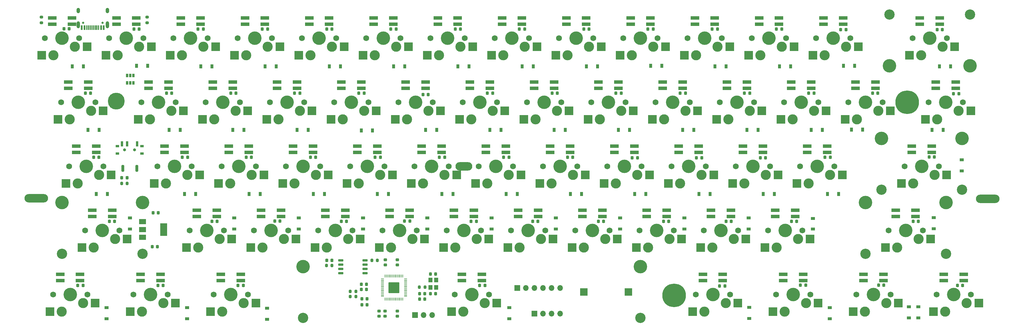
<source format=gbs>
%TF.GenerationSoftware,KiCad,Pcbnew,(6.0.7)*%
%TF.CreationDate,2022-09-11T22:15:23-05:00*%
%TF.ProjectId,PyKey60,50794b65-7936-4302-9e6b-696361645f70,1.1*%
%TF.SameCoordinates,Original*%
%TF.FileFunction,Soldermask,Bot*%
%TF.FilePolarity,Negative*%
%FSLAX46Y46*%
G04 Gerber Fmt 4.6, Leading zero omitted, Abs format (unit mm)*
G04 Created by KiCad (PCBNEW (6.0.7)) date 2022-09-11 22:15:23*
%MOMM*%
%LPD*%
G01*
G04 APERTURE LIST*
G04 Aperture macros list*
%AMRoundRect*
0 Rectangle with rounded corners*
0 $1 Rounding radius*
0 $2 $3 $4 $5 $6 $7 $8 $9 X,Y pos of 4 corners*
0 Add a 4 corners polygon primitive as box body*
4,1,4,$2,$3,$4,$5,$6,$7,$8,$9,$2,$3,0*
0 Add four circle primitives for the rounded corners*
1,1,$1+$1,$2,$3*
1,1,$1+$1,$4,$5*
1,1,$1+$1,$6,$7*
1,1,$1+$1,$8,$9*
0 Add four rect primitives between the rounded corners*
20,1,$1+$1,$2,$3,$4,$5,0*
20,1,$1+$1,$4,$5,$6,$7,0*
20,1,$1+$1,$6,$7,$8,$9,0*
20,1,$1+$1,$8,$9,$2,$3,0*%
G04 Aperture macros list end*
%ADD10C,4.000000*%
%ADD11C,1.750000*%
%ADD12C,3.000000*%
%ADD13R,2.550000X2.500000*%
%ADD14R,2.500000X1.100000*%
%ADD15C,3.050000*%
%ADD16C,7.000240*%
%ADD17O,7.000240X2.499360*%
%ADD18O,5.000000X2.500000*%
%ADD19C,5.001260*%
%ADD20R,0.900000X1.200000*%
%ADD21R,1.200000X0.900000*%
%ADD22C,0.650000*%
%ADD23R,0.600000X1.450000*%
%ADD24R,0.300000X1.450000*%
%ADD25O,1.000000X1.600000*%
%ADD26O,1.000000X2.100000*%
%ADD27RoundRect,0.200000X0.275000X-0.200000X0.275000X0.200000X-0.275000X0.200000X-0.275000X-0.200000X0*%
%ADD28RoundRect,0.050000X-0.050000X0.387500X-0.050000X-0.387500X0.050000X-0.387500X0.050000X0.387500X0*%
%ADD29RoundRect,0.050000X-0.387500X0.050000X-0.387500X-0.050000X0.387500X-0.050000X0.387500X0.050000X0*%
%ADD30RoundRect,0.144000X-1.456000X1.456000X-1.456000X-1.456000X1.456000X-1.456000X1.456000X1.456000X0*%
%ADD31R,0.650000X1.060000*%
%ADD32RoundRect,0.150000X0.650000X0.150000X-0.650000X0.150000X-0.650000X-0.150000X0.650000X-0.150000X0*%
%ADD33RoundRect,0.225000X0.225000X0.250000X-0.225000X0.250000X-0.225000X-0.250000X0.225000X-0.250000X0*%
%ADD34RoundRect,0.225000X-0.225000X-0.250000X0.225000X-0.250000X0.225000X0.250000X-0.225000X0.250000X0*%
%ADD35RoundRect,0.225000X0.250000X-0.225000X0.250000X0.225000X-0.250000X0.225000X-0.250000X-0.225000X0*%
%ADD36RoundRect,0.225000X-0.250000X0.225000X-0.250000X-0.225000X0.250000X-0.225000X0.250000X0.225000X0*%
%ADD37RoundRect,0.200000X-0.200000X-0.275000X0.200000X-0.275000X0.200000X0.275000X-0.200000X0.275000X0*%
%ADD38RoundRect,0.200000X0.200000X0.275000X-0.200000X0.275000X-0.200000X-0.275000X0.200000X-0.275000X0*%
%ADD39RoundRect,0.200000X-0.200000X-0.800000X0.200000X-0.800000X0.200000X0.800000X-0.200000X0.800000X0*%
%ADD40R,1.200000X1.400000*%
%ADD41R,1.000000X0.800000*%
%ADD42C,0.900000*%
%ADD43R,0.700000X1.500000*%
%ADD44R,1.700000X1.700000*%
%ADD45O,1.700000X1.700000*%
%ADD46RoundRect,0.218750X0.218750X0.256250X-0.218750X0.256250X-0.218750X-0.256250X0.218750X-0.256250X0*%
%ADD47R,2.000000X1.500000*%
%ADD48R,2.000000X3.800000*%
%ADD49R,2.200000X2.200000*%
G04 APERTURE END LIST*
D10*
%TO.C,U1*%
X71437500Y-73820000D03*
D11*
X66357500Y-73820000D03*
D12*
X68897500Y-78900000D03*
X75247500Y-76360000D03*
D11*
X76517500Y-73820000D03*
D13*
X78847500Y-76360000D03*
X65422500Y-78900000D03*
D14*
X68487500Y-67820000D03*
X68487500Y-69720000D03*
X74387500Y-67820000D03*
X74387500Y-69720000D03*
%TD*%
D12*
%TO.C,U2*%
X87947500Y-78900000D03*
D11*
X85407500Y-73820000D03*
D10*
X90487500Y-73820000D03*
D12*
X94297500Y-76360000D03*
D11*
X95567500Y-73820000D03*
D13*
X97897500Y-76360000D03*
X84472500Y-78900000D03*
D14*
X87537500Y-67820000D03*
X87537500Y-69720000D03*
X93437500Y-67820000D03*
X93437500Y-69720000D03*
%TD*%
D11*
%TO.C,U3*%
X114618000Y-73820000D03*
D12*
X113348000Y-76360000D03*
X106998000Y-78900000D03*
D11*
X104458000Y-73820000D03*
D10*
X109538000Y-73820000D03*
D13*
X116948000Y-76360000D03*
X103523000Y-78900000D03*
D14*
X106588000Y-67820000D03*
X106588000Y-69720000D03*
X112488000Y-67820000D03*
X112488000Y-69720000D03*
%TD*%
D11*
%TO.C,U4*%
X133668000Y-73820000D03*
D12*
X126048000Y-78900000D03*
D10*
X128588000Y-73820000D03*
D12*
X132398000Y-76360000D03*
D11*
X123508000Y-73820000D03*
D13*
X135998000Y-76360000D03*
X122573000Y-78900000D03*
D14*
X125638000Y-67820000D03*
X125638000Y-69720000D03*
X131538000Y-67820000D03*
X131538000Y-69720000D03*
%TD*%
D10*
%TO.C,U5*%
X147638000Y-73820000D03*
D12*
X151448000Y-76360000D03*
D11*
X142558000Y-73820000D03*
X152718000Y-73820000D03*
D12*
X145098000Y-78900000D03*
D13*
X155048000Y-76360000D03*
X141623000Y-78900000D03*
D14*
X144688000Y-67820000D03*
X144688000Y-69720000D03*
X150588000Y-67820000D03*
X150588000Y-69720000D03*
%TD*%
D11*
%TO.C,U6*%
X161608000Y-73820000D03*
D12*
X170498000Y-76360000D03*
D11*
X171768000Y-73820000D03*
D12*
X164148000Y-78900000D03*
D10*
X166688000Y-73820000D03*
D13*
X174098000Y-76360000D03*
X160673000Y-78900000D03*
D14*
X163738000Y-67820000D03*
X163738000Y-69720000D03*
X169638000Y-67820000D03*
X169638000Y-69720000D03*
%TD*%
D12*
%TO.C,U7*%
X189548000Y-76360000D03*
D10*
X185738000Y-73820000D03*
D11*
X190818000Y-73820000D03*
X180658000Y-73820000D03*
D12*
X183198000Y-78900000D03*
D13*
X193148000Y-76360000D03*
X179723000Y-78900000D03*
D14*
X182788000Y-67820000D03*
X182788000Y-69720000D03*
X188688000Y-67820000D03*
X188688000Y-69720000D03*
%TD*%
D11*
%TO.C,U8*%
X199708000Y-73820000D03*
D12*
X208598000Y-76360000D03*
D11*
X209868000Y-73820000D03*
D12*
X202248000Y-78900000D03*
D10*
X204788000Y-73820000D03*
D13*
X212198000Y-76360000D03*
X198773000Y-78900000D03*
D14*
X201838000Y-67820000D03*
X201838000Y-69720000D03*
X207738000Y-67820000D03*
X207738000Y-69720000D03*
%TD*%
D10*
%TO.C,U9*%
X223838000Y-73820000D03*
D11*
X228918000Y-73820000D03*
D12*
X227648000Y-76360000D03*
X221298000Y-78900000D03*
D11*
X218758000Y-73820000D03*
D13*
X231248000Y-76360000D03*
X217823000Y-78900000D03*
D14*
X220888000Y-67820000D03*
X220888000Y-69720000D03*
X226788000Y-67820000D03*
X226788000Y-69720000D03*
%TD*%
D12*
%TO.C,U10*%
X240348000Y-78900000D03*
X246698000Y-76360000D03*
D11*
X247968000Y-73820000D03*
D10*
X242888000Y-73820000D03*
D11*
X237808000Y-73820000D03*
D13*
X250298000Y-76360000D03*
X236873000Y-78900000D03*
D14*
X239938000Y-67820000D03*
X239938000Y-69720000D03*
X245838000Y-67820000D03*
X245838000Y-69720000D03*
%TD*%
D11*
%TO.C,U11*%
X256858000Y-73820000D03*
D12*
X259398000Y-78900000D03*
D11*
X267018000Y-73820000D03*
D10*
X261938000Y-73820000D03*
D12*
X265748000Y-76360000D03*
D13*
X269348000Y-76360000D03*
X255923000Y-78900000D03*
D14*
X258988000Y-67820000D03*
X258988000Y-69720000D03*
X264888000Y-67820000D03*
X264888000Y-69720000D03*
%TD*%
D11*
%TO.C,U12*%
X275908000Y-73820000D03*
D12*
X278448000Y-78900000D03*
D11*
X286068000Y-73820000D03*
D10*
X280988000Y-73820000D03*
D12*
X284798000Y-76360000D03*
D13*
X288398000Y-76360000D03*
X274973000Y-78900000D03*
D14*
X278038000Y-67820000D03*
X278038000Y-69720000D03*
X283938000Y-67820000D03*
X283938000Y-69720000D03*
%TD*%
D11*
%TO.C,U13*%
X294958000Y-73820000D03*
X305118000Y-73820000D03*
D10*
X300038000Y-73820000D03*
D12*
X303848000Y-76360000D03*
X297498000Y-78900000D03*
D13*
X307448000Y-76360000D03*
X294023000Y-78900000D03*
D14*
X297088000Y-67820000D03*
X297088000Y-69720000D03*
X302988000Y-67820000D03*
X302988000Y-69720000D03*
%TD*%
D15*
%TO.C,U14*%
X340551000Y-66820000D03*
D10*
X328613000Y-73820000D03*
X340551000Y-82060000D03*
D11*
X323533000Y-73820000D03*
D12*
X332423000Y-76360000D03*
D15*
X316675000Y-66820000D03*
D12*
X326073000Y-78900000D03*
D10*
X316675000Y-82060000D03*
D11*
X333693000Y-73820000D03*
D13*
X336023000Y-76360000D03*
X322598000Y-78900000D03*
D14*
X325663000Y-67820000D03*
X325663000Y-69720000D03*
X331563000Y-67820000D03*
X331563000Y-69720000D03*
%TD*%
D12*
%TO.C,U15*%
X73660000Y-97950000D03*
X80010000Y-95410000D03*
D10*
X76200000Y-92870000D03*
D11*
X81280000Y-92870000D03*
X71120000Y-92870000D03*
D13*
X83610000Y-95410000D03*
X70185000Y-97950000D03*
D14*
X73250000Y-86870000D03*
X73250000Y-88770000D03*
X79150000Y-86870000D03*
X79150000Y-88770000D03*
%TD*%
D11*
%TO.C,U16*%
X105092000Y-92870000D03*
D12*
X103822000Y-95410000D03*
D11*
X94932000Y-92870000D03*
D10*
X100012000Y-92870000D03*
D12*
X97472000Y-97950000D03*
D13*
X107422000Y-95410000D03*
X93997000Y-97950000D03*
D14*
X97062000Y-86870000D03*
X97062000Y-88770000D03*
X102962000Y-86870000D03*
X102962000Y-88770000D03*
%TD*%
D11*
%TO.C,U17*%
X113982000Y-92870000D03*
D12*
X122872000Y-95410000D03*
D11*
X124142000Y-92870000D03*
D12*
X116522000Y-97950000D03*
D10*
X119062000Y-92870000D03*
D13*
X126472000Y-95410000D03*
X113047000Y-97950000D03*
D14*
X116112000Y-86870000D03*
X116112000Y-88770000D03*
X122012000Y-86870000D03*
X122012000Y-88770000D03*
%TD*%
D10*
%TO.C,U18*%
X138112000Y-92870000D03*
D11*
X143192000Y-92870000D03*
D12*
X141922000Y-95410000D03*
D11*
X133032000Y-92870000D03*
D12*
X135572000Y-97950000D03*
D13*
X145522000Y-95410000D03*
X132097000Y-97950000D03*
D14*
X135162000Y-86870000D03*
X135162000Y-88770000D03*
X141062000Y-86870000D03*
X141062000Y-88770000D03*
%TD*%
D11*
%TO.C,U19*%
X162242000Y-92870000D03*
D12*
X154622000Y-97950000D03*
X160972000Y-95410000D03*
D10*
X157162000Y-92870000D03*
D11*
X152082000Y-92870000D03*
D13*
X164572000Y-95410000D03*
X151147000Y-97950000D03*
D14*
X154212000Y-86870000D03*
X154212000Y-88770000D03*
X160112000Y-86870000D03*
X160112000Y-88770000D03*
%TD*%
D12*
%TO.C,U21*%
X199072000Y-95410000D03*
D10*
X195262000Y-92870000D03*
D11*
X200342000Y-92870000D03*
D12*
X192722000Y-97950000D03*
D11*
X190182000Y-92870000D03*
D13*
X202672000Y-95410000D03*
X189247000Y-97950000D03*
D14*
X192312000Y-86870000D03*
X192312000Y-88770000D03*
X198212000Y-86870000D03*
X198212000Y-88770000D03*
%TD*%
D11*
%TO.C,U22*%
X219392000Y-92870000D03*
D12*
X218122000Y-95410000D03*
D10*
X214312000Y-92870000D03*
D12*
X211772000Y-97950000D03*
D11*
X209232000Y-92870000D03*
D13*
X221722000Y-95410000D03*
X208297000Y-97950000D03*
D14*
X211362000Y-86870000D03*
X211362000Y-88770000D03*
X217262000Y-86870000D03*
X217262000Y-88770000D03*
%TD*%
D10*
%TO.C,U23*%
X233362000Y-92870000D03*
D11*
X228282000Y-92870000D03*
D12*
X237172000Y-95410000D03*
D11*
X238442000Y-92870000D03*
D12*
X230822000Y-97950000D03*
D13*
X240772000Y-95410000D03*
X227347000Y-97950000D03*
D14*
X230412000Y-86870000D03*
X230412000Y-88770000D03*
X236312000Y-86870000D03*
X236312000Y-88770000D03*
%TD*%
D10*
%TO.C,U25*%
X271462000Y-92870000D03*
D12*
X275272000Y-95410000D03*
X268922000Y-97950000D03*
D11*
X266382000Y-92870000D03*
X276542000Y-92870000D03*
D13*
X278872000Y-95410000D03*
X265447000Y-97950000D03*
D14*
X268512000Y-86870000D03*
X268512000Y-88770000D03*
X274412000Y-86870000D03*
X274412000Y-88770000D03*
%TD*%
D10*
%TO.C,U26*%
X290512000Y-92870000D03*
D12*
X294322000Y-95410000D03*
D11*
X295592000Y-92870000D03*
X285432000Y-92870000D03*
D12*
X287972000Y-97950000D03*
D13*
X297922000Y-95410000D03*
X284497000Y-97950000D03*
D14*
X287562000Y-86870000D03*
X287562000Y-88770000D03*
X293462000Y-86870000D03*
X293462000Y-88770000D03*
%TD*%
D12*
%TO.C,U27*%
X313372000Y-95410000D03*
D11*
X304482000Y-92870000D03*
D10*
X309562000Y-92870000D03*
D11*
X314642000Y-92870000D03*
D12*
X307022000Y-97950000D03*
D13*
X316972000Y-95410000D03*
X303547000Y-97950000D03*
D14*
X306612000Y-86870000D03*
X306612000Y-88770000D03*
X312512000Y-86870000D03*
X312512000Y-88770000D03*
%TD*%
D12*
%TO.C,U28*%
X330835000Y-97950000D03*
D11*
X328295000Y-92870000D03*
D10*
X333375000Y-92870000D03*
D12*
X337185000Y-95410000D03*
D11*
X338455000Y-92870000D03*
D13*
X340785000Y-95410000D03*
X327360000Y-97950000D03*
D14*
X330425000Y-86870000D03*
X330425000Y-88770000D03*
X336325000Y-86870000D03*
X336325000Y-88770000D03*
%TD*%
D12*
%TO.C,U29*%
X76042500Y-117000000D03*
D11*
X83662500Y-111920000D03*
X73502500Y-111920000D03*
D12*
X82392500Y-114460000D03*
D10*
X78582500Y-111920000D03*
D13*
X85992500Y-114460000D03*
X72567500Y-117000000D03*
D14*
X75632500Y-105920000D03*
X75632500Y-107820000D03*
X81532500Y-105920000D03*
X81532500Y-107820000D03*
%TD*%
D10*
%TO.C,U30*%
X104775000Y-111920000D03*
D11*
X109855000Y-111920000D03*
X99695000Y-111920000D03*
D12*
X102235000Y-117000000D03*
X108585000Y-114460000D03*
D13*
X112185000Y-114460000D03*
X98760000Y-117000000D03*
D14*
X101825000Y-105920000D03*
X101825000Y-107820000D03*
X107725000Y-105920000D03*
X107725000Y-107820000D03*
%TD*%
D11*
%TO.C,U31*%
X118745000Y-111920000D03*
D12*
X127635000Y-114460000D03*
X121285000Y-117000000D03*
D10*
X123825000Y-111920000D03*
D11*
X128905000Y-111920000D03*
D13*
X131235000Y-114460000D03*
X117810000Y-117000000D03*
D14*
X120875000Y-105920000D03*
X120875000Y-107820000D03*
X126775000Y-105920000D03*
X126775000Y-107820000D03*
%TD*%
D12*
%TO.C,U32*%
X140335000Y-117000000D03*
X146685000Y-114460000D03*
D10*
X142875000Y-111920000D03*
D11*
X147955000Y-111920000D03*
X137795000Y-111920000D03*
D13*
X150285000Y-114460000D03*
X136860000Y-117000000D03*
D14*
X139925000Y-105920000D03*
X139925000Y-107820000D03*
X145825000Y-105920000D03*
X145825000Y-107820000D03*
%TD*%
D11*
%TO.C,U33*%
X156845000Y-111920000D03*
D12*
X159385000Y-117000000D03*
D11*
X167005000Y-111920000D03*
D10*
X161925000Y-111920000D03*
D12*
X165735000Y-114460000D03*
D13*
X169335000Y-114460000D03*
X155910000Y-117000000D03*
D14*
X158975000Y-105920000D03*
X158975000Y-107820000D03*
X164875000Y-105920000D03*
X164875000Y-107820000D03*
%TD*%
D11*
%TO.C,U34*%
X175895000Y-111920000D03*
X186055000Y-111920000D03*
D12*
X184785000Y-114460000D03*
X178435000Y-117000000D03*
D10*
X180975000Y-111920000D03*
D13*
X188385000Y-114460000D03*
X174960000Y-117000000D03*
D14*
X178025000Y-105920000D03*
X178025000Y-107820000D03*
X183925000Y-105920000D03*
X183925000Y-107820000D03*
%TD*%
D12*
%TO.C,U35*%
X203835000Y-114460000D03*
D11*
X194945000Y-111920000D03*
D12*
X197485000Y-117000000D03*
D11*
X205105000Y-111920000D03*
D10*
X200025000Y-111920000D03*
D13*
X207435000Y-114460000D03*
X194010000Y-117000000D03*
D14*
X197075000Y-105920000D03*
X197075000Y-107820000D03*
X202975000Y-105920000D03*
X202975000Y-107820000D03*
%TD*%
D11*
%TO.C,U36*%
X224155000Y-111920000D03*
D12*
X216535000Y-117000000D03*
D11*
X213995000Y-111920000D03*
D10*
X219075000Y-111920000D03*
D12*
X222885000Y-114460000D03*
D13*
X226485000Y-114460000D03*
X213060000Y-117000000D03*
D14*
X216125000Y-105920000D03*
X216125000Y-107820000D03*
X222025000Y-105920000D03*
X222025000Y-107820000D03*
%TD*%
D11*
%TO.C,U37*%
X233045000Y-111920000D03*
D10*
X238125000Y-111920000D03*
D11*
X243205000Y-111920000D03*
D12*
X235585000Y-117000000D03*
X241935000Y-114460000D03*
D13*
X245535000Y-114460000D03*
X232110000Y-117000000D03*
D14*
X235175000Y-105920000D03*
X235175000Y-107820000D03*
X241075000Y-105920000D03*
X241075000Y-107820000D03*
%TD*%
D12*
%TO.C,U38*%
X254635000Y-117000000D03*
D10*
X257175000Y-111920000D03*
D11*
X262255000Y-111920000D03*
D12*
X260985000Y-114460000D03*
D11*
X252095000Y-111920000D03*
D13*
X264585000Y-114460000D03*
X251160000Y-117000000D03*
D14*
X254225000Y-105920000D03*
X254225000Y-107820000D03*
X260125000Y-105920000D03*
X260125000Y-107820000D03*
%TD*%
D11*
%TO.C,U39*%
X271145000Y-111920000D03*
X281305000Y-111920000D03*
D12*
X280035000Y-114460000D03*
D10*
X276225000Y-111920000D03*
D12*
X273685000Y-117000000D03*
D13*
X283635000Y-114460000D03*
X270210000Y-117000000D03*
D14*
X273275000Y-105920000D03*
X273275000Y-107820000D03*
X279175000Y-105920000D03*
X279175000Y-107820000D03*
%TD*%
D11*
%TO.C,U40*%
X290195000Y-111920000D03*
D12*
X299085000Y-114460000D03*
D10*
X295275000Y-111920000D03*
D11*
X300355000Y-111920000D03*
D12*
X292735000Y-117000000D03*
D13*
X302685000Y-114460000D03*
X289260000Y-117000000D03*
D14*
X292325000Y-105920000D03*
X292325000Y-107820000D03*
X298225000Y-105920000D03*
X298225000Y-107820000D03*
%TD*%
D10*
%TO.C,U41*%
X326231000Y-111920000D03*
D12*
X323691000Y-117000000D03*
D15*
X338169000Y-118920000D03*
D10*
X314293000Y-103680000D03*
D15*
X314293000Y-118920000D03*
D11*
X331311000Y-111920000D03*
X321151000Y-111920000D03*
D12*
X330041000Y-114460000D03*
D10*
X338169000Y-103680000D03*
D13*
X333641000Y-114460000D03*
X320216000Y-117000000D03*
D14*
X323281000Y-105920000D03*
X323281000Y-107820000D03*
X329181000Y-105920000D03*
X329181000Y-107820000D03*
%TD*%
D11*
%TO.C,U42*%
X78232000Y-130970000D03*
D10*
X95250000Y-122730000D03*
D12*
X80772000Y-136050000D03*
D15*
X71374000Y-137970000D03*
D11*
X88392000Y-130970000D03*
D10*
X71374000Y-122730000D03*
D15*
X95250000Y-137970000D03*
D12*
X87122000Y-133510000D03*
D10*
X83312000Y-130970000D03*
D13*
X90722000Y-133510000D03*
X77297000Y-136050000D03*
D14*
X80362000Y-124970000D03*
X80362000Y-126870000D03*
X86262000Y-124970000D03*
X86262000Y-126870000D03*
%TD*%
D12*
%TO.C,U43*%
X118110000Y-133510000D03*
X111760000Y-136050000D03*
D10*
X114300000Y-130970000D03*
D11*
X109220000Y-130970000D03*
X119380000Y-130970000D03*
D13*
X121710000Y-133510000D03*
X108285000Y-136050000D03*
D14*
X111350000Y-124970000D03*
X111350000Y-126870000D03*
X117250000Y-124970000D03*
X117250000Y-126870000D03*
%TD*%
D11*
%TO.C,U44*%
X138430000Y-130970000D03*
D10*
X133350000Y-130970000D03*
D12*
X137160000Y-133510000D03*
X130810000Y-136050000D03*
D11*
X128270000Y-130970000D03*
D13*
X140760000Y-133510000D03*
X127335000Y-136050000D03*
D14*
X130400000Y-124970000D03*
X130400000Y-126870000D03*
X136300000Y-124970000D03*
X136300000Y-126870000D03*
%TD*%
D11*
%TO.C,U45*%
X157480000Y-130970000D03*
D12*
X156210000Y-133510000D03*
D11*
X147320000Y-130970000D03*
D10*
X152400000Y-130970000D03*
D12*
X149860000Y-136050000D03*
D13*
X159810000Y-133510000D03*
X146385000Y-136050000D03*
D14*
X149450000Y-124970000D03*
X149450000Y-126870000D03*
X155350000Y-124970000D03*
X155350000Y-126870000D03*
%TD*%
D10*
%TO.C,U46*%
X171450000Y-130970000D03*
D12*
X175260000Y-133510000D03*
D11*
X166370000Y-130970000D03*
D12*
X168910000Y-136050000D03*
D11*
X176530000Y-130970000D03*
D13*
X178860000Y-133510000D03*
X165435000Y-136050000D03*
D14*
X168500000Y-124970000D03*
X168500000Y-126870000D03*
X174400000Y-124970000D03*
X174400000Y-126870000D03*
%TD*%
D11*
%TO.C,U47*%
X185420000Y-130970000D03*
X195580000Y-130970000D03*
D10*
X190500000Y-130970000D03*
D12*
X194310000Y-133510000D03*
X187960000Y-136050000D03*
D13*
X197910000Y-133510000D03*
X184485000Y-136050000D03*
D14*
X187550000Y-124970000D03*
X187550000Y-126870000D03*
X193450000Y-124970000D03*
X193450000Y-126870000D03*
%TD*%
D11*
%TO.C,U48*%
X204470000Y-130970000D03*
X214630000Y-130970000D03*
D12*
X213360000Y-133510000D03*
D10*
X209550000Y-130970000D03*
D12*
X207010000Y-136050000D03*
D13*
X216960000Y-133510000D03*
X203535000Y-136050000D03*
D14*
X206600000Y-124970000D03*
X206600000Y-126870000D03*
X212500000Y-124970000D03*
X212500000Y-126870000D03*
%TD*%
D10*
%TO.C,U49*%
X228600000Y-130970000D03*
D11*
X223520000Y-130970000D03*
X233680000Y-130970000D03*
D12*
X232410000Y-133510000D03*
X226060000Y-136050000D03*
D13*
X236010000Y-133510000D03*
X222585000Y-136050000D03*
D14*
X225650000Y-124970000D03*
X225650000Y-126870000D03*
X231550000Y-124970000D03*
X231550000Y-126870000D03*
%TD*%
D12*
%TO.C,U50*%
X245110000Y-136050000D03*
X251460000Y-133510000D03*
D11*
X252730000Y-130970000D03*
D10*
X247650000Y-130970000D03*
D11*
X242570000Y-130970000D03*
D13*
X255060000Y-133510000D03*
X241635000Y-136050000D03*
D14*
X244700000Y-124970000D03*
X244700000Y-126870000D03*
X250600000Y-124970000D03*
X250600000Y-126870000D03*
%TD*%
D12*
%TO.C,U51*%
X264160000Y-136050000D03*
D11*
X261620000Y-130970000D03*
D10*
X266700000Y-130970000D03*
D12*
X270510000Y-133510000D03*
D11*
X271780000Y-130970000D03*
D13*
X274110000Y-133510000D03*
X260685000Y-136050000D03*
D14*
X263750000Y-124970000D03*
X263750000Y-126870000D03*
X269650000Y-124970000D03*
X269650000Y-126870000D03*
%TD*%
D12*
%TO.C,U52*%
X283210000Y-136050000D03*
D11*
X280670000Y-130970000D03*
D12*
X289560000Y-133510000D03*
D11*
X290830000Y-130970000D03*
D10*
X285750000Y-130970000D03*
D13*
X293160000Y-133510000D03*
X279735000Y-136050000D03*
D14*
X282800000Y-124970000D03*
X282800000Y-126870000D03*
X288700000Y-124970000D03*
X288700000Y-126870000D03*
%TD*%
D15*
%TO.C,U53*%
X309531000Y-137970000D03*
X333407000Y-137970000D03*
D12*
X325279000Y-133510000D03*
D10*
X321469000Y-130970000D03*
D11*
X316389000Y-130970000D03*
D10*
X333407000Y-122730000D03*
D11*
X326549000Y-130970000D03*
D12*
X318929000Y-136050000D03*
D10*
X309531000Y-122730000D03*
D13*
X328879000Y-133510000D03*
X315454000Y-136050000D03*
D14*
X318519000Y-124970000D03*
X318519000Y-126870000D03*
X324419000Y-124970000D03*
X324419000Y-126870000D03*
%TD*%
D10*
%TO.C,U54*%
X73818800Y-150020000D03*
D11*
X78898800Y-150020000D03*
D12*
X71278800Y-155100000D03*
D11*
X68738800Y-150020000D03*
D12*
X77628800Y-152560000D03*
D13*
X81228800Y-152560000D03*
X67803800Y-155100000D03*
D14*
X70868800Y-144020000D03*
X70868800Y-145920000D03*
X76768800Y-144020000D03*
X76768800Y-145920000D03*
%TD*%
D10*
%TO.C,U55*%
X97631200Y-150020000D03*
D11*
X102711200Y-150020000D03*
X92551200Y-150020000D03*
D12*
X95091200Y-155100000D03*
X101441200Y-152560000D03*
D13*
X105041200Y-152560000D03*
X91616200Y-155100000D03*
D14*
X94681200Y-144020000D03*
X94681200Y-145920000D03*
X100581200Y-144020000D03*
X100581200Y-145920000D03*
%TD*%
D10*
%TO.C,U56*%
X121444000Y-150020000D03*
D12*
X125254000Y-152560000D03*
D11*
X126524000Y-150020000D03*
X116364000Y-150020000D03*
D12*
X118904000Y-155100000D03*
D13*
X128854000Y-152560000D03*
X115429000Y-155100000D03*
D14*
X118494000Y-144020000D03*
X118494000Y-145920000D03*
X124394000Y-144020000D03*
X124394000Y-145920000D03*
%TD*%
D11*
%TO.C,U57*%
X197961000Y-150020000D03*
X187801000Y-150020000D03*
D15*
X142881000Y-157020000D03*
D12*
X190341000Y-155100000D03*
D10*
X242881000Y-141780000D03*
X142881000Y-141780000D03*
D12*
X196691000Y-152560000D03*
D15*
X242881000Y-157020000D03*
D10*
X192881000Y-150020000D03*
D13*
X200291000Y-152560000D03*
X186866000Y-155100000D03*
D14*
X189931000Y-144020000D03*
X189931000Y-145920000D03*
X195831000Y-144020000D03*
X195831000Y-145920000D03*
%TD*%
D11*
%TO.C,U58*%
X259239000Y-150020000D03*
D12*
X261779000Y-155100000D03*
D11*
X269399000Y-150020000D03*
D12*
X268129000Y-152560000D03*
D10*
X264319000Y-150020000D03*
D13*
X271729000Y-152560000D03*
X258304000Y-155100000D03*
D14*
X261369000Y-144020000D03*
X261369000Y-145920000D03*
X267269000Y-144020000D03*
X267269000Y-145920000D03*
%TD*%
D12*
%TO.C,U59*%
X291941000Y-152560000D03*
X285591000Y-155100000D03*
D11*
X293211000Y-150020000D03*
D10*
X288131000Y-150020000D03*
D11*
X283051000Y-150020000D03*
D13*
X295541000Y-152560000D03*
X282116000Y-155100000D03*
D14*
X285181000Y-144020000D03*
X285181000Y-145920000D03*
X291081000Y-144020000D03*
X291081000Y-145920000D03*
%TD*%
D11*
%TO.C,U60*%
X317011000Y-150020000D03*
D12*
X309391000Y-155100000D03*
X315741000Y-152560000D03*
D10*
X311931000Y-150020000D03*
D11*
X306851000Y-150020000D03*
D13*
X319341000Y-152560000D03*
X305916000Y-155100000D03*
D14*
X308981000Y-144020000D03*
X308981000Y-145920000D03*
X314881000Y-144020000D03*
X314881000Y-145920000D03*
%TD*%
D12*
%TO.C,U61*%
X339554000Y-152560000D03*
D10*
X335744000Y-150020000D03*
D11*
X340824000Y-150020000D03*
X330664000Y-150020000D03*
D12*
X333204000Y-155100000D03*
D13*
X343154000Y-152560000D03*
X329729000Y-155100000D03*
D14*
X332794000Y-144020000D03*
X332794000Y-145920000D03*
X338694000Y-144020000D03*
X338694000Y-145920000D03*
%TD*%
D10*
%TO.C,U20*%
X176212000Y-92870000D03*
D12*
X180022000Y-95410000D03*
D11*
X181292000Y-92870000D03*
X171132000Y-92870000D03*
D12*
X173672000Y-97950000D03*
D13*
X183622000Y-95410000D03*
X170197000Y-97950000D03*
D14*
X173262000Y-86870000D03*
X173262000Y-88770000D03*
X179162000Y-86870000D03*
X179162000Y-88770000D03*
%TD*%
D12*
%TO.C,U24*%
X249872000Y-97950000D03*
D11*
X257492000Y-92870000D03*
X247332000Y-92870000D03*
D12*
X256222000Y-95410000D03*
D10*
X252412000Y-92870000D03*
D13*
X259822000Y-95410000D03*
X246397000Y-97950000D03*
D14*
X249462000Y-86870000D03*
X249462000Y-88770000D03*
X255362000Y-86870000D03*
X255362000Y-88770000D03*
%TD*%
D16*
%TO.C,H2*%
X321945000Y-92870000D03*
%TD*%
D17*
%TO.C,H3*%
X63754000Y-121445000D03*
%TD*%
D16*
%TO.C,H4*%
X252825000Y-150274000D03*
%TD*%
D17*
%TO.C,H5*%
X345821000Y-121572000D03*
%TD*%
D18*
%TO.C,H6*%
X190504000Y-111920000D03*
%TD*%
D19*
%TO.C,H1*%
X87489300Y-92520800D03*
%TD*%
D20*
%TO.C,D1*%
X74424000Y-82202000D03*
X77724000Y-82202000D03*
%TD*%
%TO.C,D2*%
X93473000Y-82075000D03*
X96773000Y-82075000D03*
%TD*%
%TO.C,D3*%
X112524000Y-82202000D03*
X115824000Y-82202000D03*
%TD*%
%TO.C,D4*%
X131574000Y-82202000D03*
X134874000Y-82202000D03*
%TD*%
%TO.C,D5*%
X150623000Y-82202000D03*
X153923000Y-82202000D03*
%TD*%
%TO.C,D6*%
X169674000Y-82202000D03*
X172974000Y-82202000D03*
%TD*%
%TO.C,D7*%
X188724000Y-82202000D03*
X192024000Y-82202000D03*
%TD*%
%TO.C,D8*%
X207774000Y-82202000D03*
X211074000Y-82202000D03*
%TD*%
%TO.C,D9*%
X226824000Y-82202000D03*
X230124000Y-82202000D03*
%TD*%
%TO.C,D10*%
X245874000Y-82075000D03*
X249174000Y-82075000D03*
%TD*%
%TO.C,D11*%
X264924000Y-82202000D03*
X268224000Y-82202000D03*
%TD*%
%TO.C,D12*%
X284101000Y-82202000D03*
X287401000Y-82202000D03*
%TD*%
%TO.C,D13*%
X303024000Y-82075000D03*
X306324000Y-82075000D03*
%TD*%
%TO.C,D14*%
X331472000Y-82202000D03*
X334772000Y-82202000D03*
%TD*%
%TO.C,D15*%
X79122000Y-101125000D03*
X82422000Y-101125000D03*
%TD*%
%TO.C,D16*%
X103126000Y-101125000D03*
X106426000Y-101125000D03*
%TD*%
%TO.C,D17*%
X122049000Y-101125000D03*
X125349000Y-101125000D03*
%TD*%
%TO.C,D18*%
X141099000Y-101125000D03*
X144399000Y-101125000D03*
%TD*%
%TO.C,D19*%
X160149000Y-101252000D03*
X163449000Y-101252000D03*
%TD*%
%TO.C,D20*%
X179199000Y-101125000D03*
X182499000Y-101125000D03*
%TD*%
%TO.C,D21*%
X198249000Y-101125000D03*
X201549000Y-101125000D03*
%TD*%
%TO.C,D22*%
X217299000Y-101125000D03*
X220599000Y-101125000D03*
%TD*%
%TO.C,D23*%
X236349000Y-101125000D03*
X239649000Y-101125000D03*
%TD*%
%TO.C,D24*%
X255398000Y-101125000D03*
X258698000Y-101125000D03*
%TD*%
%TO.C,D25*%
X274448000Y-101125000D03*
X277748000Y-101125000D03*
%TD*%
%TO.C,D26*%
X293499000Y-101125000D03*
X296799000Y-101125000D03*
%TD*%
%TO.C,D27*%
X305436000Y-100998000D03*
X308736000Y-100998000D03*
%TD*%
%TO.C,D28*%
X329313000Y-101125000D03*
X332613000Y-101125000D03*
%TD*%
%TO.C,D29*%
X81536000Y-120175000D03*
X84836000Y-120175000D03*
%TD*%
%TO.C,D30*%
X107698000Y-120175000D03*
X110998000Y-120175000D03*
%TD*%
%TO.C,D31*%
X126875000Y-120175000D03*
X130175000Y-120175000D03*
%TD*%
%TO.C,D32*%
X145924000Y-120175000D03*
X149224000Y-120175000D03*
%TD*%
%TO.C,D33*%
X164848000Y-120175000D03*
X168148000Y-120175000D03*
%TD*%
%TO.C,D34*%
X184025000Y-120175000D03*
X187325000Y-120175000D03*
%TD*%
%TO.C,D35*%
X203075000Y-120175000D03*
X206375000Y-120175000D03*
%TD*%
%TO.C,D36*%
X222125000Y-120175000D03*
X225425000Y-120175000D03*
%TD*%
%TO.C,D37*%
X241175000Y-120175000D03*
X244475000Y-120175000D03*
%TD*%
%TO.C,D38*%
X260225000Y-120175000D03*
X263525000Y-120175000D03*
%TD*%
%TO.C,D39*%
X279275000Y-120175000D03*
X282575000Y-120175000D03*
%TD*%
%TO.C,D40*%
X298325000Y-120175000D03*
X301625000Y-120175000D03*
%TD*%
D21*
%TO.C,D41*%
X338074000Y-113316000D03*
X338074000Y-110016000D03*
%TD*%
%TO.C,D42*%
X91567000Y-127289000D03*
X91567000Y-130589000D03*
%TD*%
%TO.C,D43*%
X122428000Y-127289000D03*
X122428000Y-130589000D03*
%TD*%
%TO.C,D44*%
X141605000Y-127289000D03*
X141605000Y-130589000D03*
%TD*%
%TO.C,D45*%
X160655000Y-127289000D03*
X160655000Y-130589000D03*
%TD*%
%TO.C,D46*%
X179705000Y-127289000D03*
X179705000Y-130589000D03*
%TD*%
%TO.C,D47*%
X198755000Y-127289000D03*
X198755000Y-130589000D03*
%TD*%
%TO.C,D48*%
X217805000Y-127289000D03*
X217805000Y-130589000D03*
%TD*%
%TO.C,D49*%
X236855000Y-127288000D03*
X236855000Y-130588000D03*
%TD*%
%TO.C,D50*%
X255905000Y-127289000D03*
X255905000Y-130589000D03*
%TD*%
%TO.C,D51*%
X274955000Y-127289000D03*
X274955000Y-130588000D03*
%TD*%
%TO.C,D52*%
X294005000Y-127416000D03*
X294005000Y-130588000D03*
%TD*%
%TO.C,D53*%
X329819000Y-127160000D03*
X329819000Y-130460000D03*
%TD*%
%TO.C,D54*%
X84582000Y-157258000D03*
X84582000Y-153958000D03*
%TD*%
%TO.C,D55*%
X108458000Y-157258000D03*
X108458000Y-153958000D03*
%TD*%
%TO.C,D56*%
X132207000Y-157385000D03*
X132207000Y-154085000D03*
%TD*%
%TO.C,D57*%
X203962000Y-157258000D03*
X203962000Y-153958000D03*
%TD*%
%TO.C,D58*%
X275082000Y-157131000D03*
X275082000Y-153831000D03*
%TD*%
%TO.C,D59*%
X298958000Y-157258000D03*
X298958000Y-153958000D03*
%TD*%
%TO.C,D60*%
X322453000Y-157004000D03*
X322453000Y-153704000D03*
%TD*%
%TO.C,D61*%
X325247000Y-157004000D03*
X325247000Y-153704000D03*
%TD*%
D22*
%TO.C,J1*%
X83408000Y-69308000D03*
X77628000Y-69308000D03*
D23*
X77268000Y-70753000D03*
X78068000Y-70753000D03*
D24*
X79268000Y-70753000D03*
X80268000Y-70753000D03*
X80768000Y-70753000D03*
X81768000Y-70753000D03*
D23*
X82968000Y-70753000D03*
X83768000Y-70753000D03*
X83768000Y-70753000D03*
X82968000Y-70753000D03*
D24*
X82268000Y-70753000D03*
X81268000Y-70753000D03*
X79768000Y-70753000D03*
X78768000Y-70753000D03*
D23*
X78068000Y-70753000D03*
X77268000Y-70753000D03*
D25*
X76198000Y-65658000D03*
D26*
X76198000Y-69838000D03*
X84838000Y-69838000D03*
D25*
X84838000Y-65658000D03*
%TD*%
D27*
%TO.C,R1*%
X65278000Y-69247000D03*
X65278000Y-67597000D03*
%TD*%
%TO.C,R2*%
X96647000Y-69247000D03*
X96647000Y-67597000D03*
%TD*%
D28*
%TO.C,U62*%
X167199000Y-144550500D03*
X167599000Y-144550500D03*
X167999000Y-144550500D03*
X168399000Y-144550500D03*
X168799000Y-144550500D03*
X169199000Y-144550500D03*
X169599000Y-144550500D03*
X169999000Y-144550500D03*
X170399000Y-144550500D03*
X170799000Y-144550500D03*
X171199000Y-144550500D03*
X171599000Y-144550500D03*
X171999000Y-144550500D03*
X172399000Y-144550500D03*
D29*
X173236500Y-145388000D03*
X173236500Y-145788000D03*
X173236500Y-146188000D03*
X173236500Y-146588000D03*
X173236500Y-146988000D03*
X173236500Y-147388000D03*
X173236500Y-147788000D03*
X173236500Y-148188000D03*
X173236500Y-148588000D03*
X173236500Y-148988000D03*
X173236500Y-149388000D03*
X173236500Y-149788000D03*
X173236500Y-150188000D03*
X173236500Y-150588000D03*
D28*
X172399000Y-151425500D03*
X171999000Y-151425500D03*
X171599000Y-151425500D03*
X171199000Y-151425500D03*
X170799000Y-151425500D03*
X170399000Y-151425500D03*
X169999000Y-151425500D03*
X169599000Y-151425500D03*
X169199000Y-151425500D03*
X168799000Y-151425500D03*
X168399000Y-151425500D03*
X167999000Y-151425500D03*
X167599000Y-151425500D03*
X167199000Y-151425500D03*
D29*
X166361500Y-150588000D03*
X166361500Y-150188000D03*
X166361500Y-149788000D03*
X166361500Y-149388000D03*
X166361500Y-148988000D03*
X166361500Y-148588000D03*
X166361500Y-148188000D03*
X166361500Y-147788000D03*
X166361500Y-147388000D03*
X166361500Y-146988000D03*
X166361500Y-146588000D03*
X166361500Y-146188000D03*
X166361500Y-145788000D03*
X166361500Y-145388000D03*
D30*
X169799000Y-147988000D03*
%TD*%
D31*
%TO.C,U63*%
X90683000Y-84955000D03*
X91633000Y-84955000D03*
X92583000Y-84955000D03*
X92583000Y-87155000D03*
X91633000Y-87155000D03*
X90683000Y-87155000D03*
%TD*%
D32*
%TO.C,U64*%
X161207000Y-139860000D03*
X161207000Y-141130000D03*
X161207000Y-142400000D03*
X161207000Y-143670000D03*
X154007000Y-143670000D03*
X154007000Y-142400000D03*
X154007000Y-141130000D03*
X154007000Y-139860000D03*
%TD*%
D33*
%TO.C,C1*%
X161671000Y-146972000D03*
X160121000Y-146972000D03*
%TD*%
D34*
%TO.C,C2*%
X177393000Y-151417000D03*
X178943000Y-151417000D03*
%TD*%
D35*
%TO.C,C3*%
X167259000Y-141257000D03*
X167259000Y-139707000D03*
%TD*%
D36*
%TO.C,C4*%
X165354000Y-154960000D03*
X165354000Y-156510000D03*
%TD*%
D33*
%TO.C,C5*%
X151397000Y-139860000D03*
X149847000Y-139860000D03*
%TD*%
D36*
%TO.C,C6*%
X167132000Y-154973000D03*
X167132000Y-156523000D03*
%TD*%
D33*
%TO.C,C7*%
X161671000Y-148496000D03*
X160121000Y-148496000D03*
%TD*%
D36*
%TO.C,C9*%
X170815000Y-154973000D03*
X170815000Y-156523000D03*
%TD*%
D33*
%TO.C,C10*%
X161811000Y-151290000D03*
X160261000Y-151290000D03*
%TD*%
%TO.C,C11*%
X161811000Y-153068000D03*
X160261000Y-153068000D03*
%TD*%
%TO.C,C12*%
X182131000Y-143924000D03*
X180581000Y-143924000D03*
%TD*%
D34*
%TO.C,C13*%
X180581000Y-149766000D03*
X182131000Y-149766000D03*
%TD*%
%TO.C,C14*%
X177393000Y-149766000D03*
X178943000Y-149766000D03*
%TD*%
D37*
%TO.C,R3*%
X156846000Y-149131000D03*
X158496000Y-149131000D03*
%TD*%
%TO.C,R4*%
X156846000Y-150655000D03*
X158496000Y-150655000D03*
%TD*%
%TO.C,R5*%
X177356000Y-147861000D03*
X179006000Y-147861000D03*
%TD*%
%TO.C,R6*%
X163259000Y-139860000D03*
X164909000Y-139860000D03*
%TD*%
D38*
%TO.C,R7*%
X151447000Y-141384000D03*
X149797000Y-141384000D03*
%TD*%
D39*
%TO.C,SW1*%
X89399000Y-112555000D03*
X93599000Y-112555000D03*
%TD*%
D40*
%TO.C,Y1*%
X182333000Y-145745000D03*
X182333000Y-147945000D03*
X180633000Y-147945000D03*
X180633000Y-145745000D03*
%TD*%
D35*
%TO.C,C8*%
X170815000Y-141257000D03*
X170815000Y-139707000D03*
%TD*%
D41*
%TO.C,SW2*%
X95090000Y-105933000D03*
X87790000Y-108143000D03*
X95090000Y-108143000D03*
X87790000Y-105933000D03*
D42*
X92940000Y-107043000D03*
X89940000Y-107043000D03*
D43*
X93690000Y-105283000D03*
X90690000Y-105283000D03*
X89190000Y-105283000D03*
%TD*%
D44*
%TO.C,J2*%
X176022000Y-156116000D03*
D45*
X178562000Y-156116000D03*
X181102000Y-156116000D03*
%TD*%
D46*
%TO.C,D62*%
X90703500Y-115349000D03*
X89128500Y-115349000D03*
%TD*%
D37*
%TO.C,R8*%
X89091000Y-117000000D03*
X90741000Y-117000000D03*
%TD*%
D44*
%TO.C,J3*%
X211455000Y-155735000D03*
D45*
X213995000Y-155735000D03*
X216535000Y-155735000D03*
X219075000Y-155735000D03*
%TD*%
D44*
%TO.C,J4*%
X206375000Y-148115000D03*
D45*
X208915000Y-148115000D03*
X211455000Y-148115000D03*
X213995000Y-148115000D03*
X216535000Y-148115000D03*
X219075000Y-148115000D03*
%TD*%
D34*
%TO.C,C15*%
X98399000Y-125763000D03*
X99949000Y-125763000D03*
%TD*%
D33*
%TO.C,C16*%
X99708000Y-135796000D03*
X98158000Y-135796000D03*
%TD*%
D47*
%TO.C,U65*%
X95275000Y-133016000D03*
X95275000Y-130716000D03*
D48*
X101575000Y-130716000D03*
D47*
X95275000Y-128416000D03*
%TD*%
D49*
%TO.C,LS1*%
X226064000Y-149258000D03*
X239264000Y-149258000D03*
%TD*%
D33*
%TO.C,C17*%
X125121000Y-147353000D03*
X123571000Y-147353000D03*
%TD*%
%TO.C,C18*%
X127534000Y-109253000D03*
X125984000Y-109253000D03*
%TD*%
%TO.C,C19*%
X299111000Y-109253000D03*
X297561000Y-109253000D03*
%TD*%
%TO.C,C20*%
X77623000Y-147353000D03*
X76073000Y-147353000D03*
%TD*%
%TO.C,C21*%
X108611000Y-109253000D03*
X107061000Y-109253000D03*
%TD*%
%TO.C,C23*%
X314973000Y-147226000D03*
X313423000Y-147226000D03*
%TD*%
D34*
%TO.C,C24*%
X85445000Y-128303000D03*
X86995000Y-128303000D03*
%TD*%
D33*
%TO.C,C25*%
X337211000Y-90330000D03*
X335661000Y-90330000D03*
%TD*%
%TO.C,C26*%
X103899000Y-90203000D03*
X102349000Y-90203000D03*
%TD*%
%TO.C,C27*%
X291846000Y-147226000D03*
X290296000Y-147226000D03*
%TD*%
%TO.C,C28*%
X267869000Y-147480000D03*
X266319000Y-147480000D03*
%TD*%
%TO.C,C29*%
X329972000Y-109126000D03*
X328422000Y-109126000D03*
%TD*%
%TO.C,C30*%
X117374000Y-128303000D03*
X115824000Y-128303000D03*
%TD*%
%TO.C,C31*%
X338354000Y-147353000D03*
X336804000Y-147353000D03*
%TD*%
%TO.C,C32*%
X101372000Y-147353000D03*
X99822000Y-147353000D03*
%TD*%
%TO.C,C33*%
X170434000Y-71153000D03*
X168884000Y-71153000D03*
%TD*%
%TO.C,C34*%
X269774000Y-128303000D03*
X268224000Y-128303000D03*
%TD*%
%TO.C,C35*%
X279934000Y-109380000D03*
X278384000Y-109380000D03*
%TD*%
%TO.C,C36*%
X325247000Y-128303000D03*
X323697000Y-128303000D03*
%TD*%
%TO.C,C37*%
X136017000Y-128176000D03*
X134467000Y-128176000D03*
%TD*%
%TO.C,C38*%
X313208000Y-90203000D03*
X311658000Y-90203000D03*
%TD*%
%TO.C,C39*%
X151397000Y-71153000D03*
X149847000Y-71153000D03*
%TD*%
%TO.C,C40*%
X82322000Y-109253000D03*
X80772000Y-109253000D03*
%TD*%
%TO.C,C41*%
X73546000Y-71026000D03*
X71996000Y-71026000D03*
%TD*%
%TO.C,C42*%
X196749000Y-147353000D03*
X195199000Y-147353000D03*
%TD*%
%TO.C,C43*%
X251232000Y-128303000D03*
X249682000Y-128303000D03*
%TD*%
%TO.C,C44*%
X294285000Y-90203000D03*
X292735000Y-90203000D03*
%TD*%
%TO.C,C45*%
X174498000Y-128176000D03*
X172948000Y-128176000D03*
%TD*%
%TO.C,C46*%
X122962000Y-90203000D03*
X121412000Y-90203000D03*
%TD*%
%TO.C,C47*%
X94247000Y-71153000D03*
X92697000Y-71153000D03*
%TD*%
%TO.C,C48*%
X155728000Y-128303000D03*
X154178000Y-128303000D03*
%TD*%
%TO.C,C49*%
X189510000Y-71153000D03*
X187960000Y-71153000D03*
%TD*%
%TO.C,C50*%
X231928000Y-128303000D03*
X230378000Y-128303000D03*
%TD*%
%TO.C,C51*%
X212484000Y-128303000D03*
X210934000Y-128303000D03*
%TD*%
%TO.C,C52*%
X275235000Y-90203000D03*
X273685000Y-90203000D03*
%TD*%
%TO.C,C53*%
X165761000Y-109253000D03*
X164211000Y-109253000D03*
%TD*%
%TO.C,C54*%
X141885000Y-90203000D03*
X140335000Y-90203000D03*
%TD*%
%TO.C,C55*%
X132334000Y-71153000D03*
X130784000Y-71153000D03*
%TD*%
%TO.C,C56*%
X194209000Y-128303000D03*
X192659000Y-128303000D03*
%TD*%
%TO.C,C57*%
X208534000Y-71153000D03*
X206984000Y-71153000D03*
%TD*%
%TO.C,C58*%
X261011000Y-109380000D03*
X259461000Y-109380000D03*
%TD*%
%TO.C,C59*%
X241961000Y-109380000D03*
X240411000Y-109380000D03*
%TD*%
%TO.C,C60*%
X179972000Y-90584000D03*
X178422000Y-90584000D03*
%TD*%
%TO.C,C61*%
X146584000Y-109253000D03*
X145034000Y-109253000D03*
%TD*%
%TO.C,C62*%
X113284000Y-71153000D03*
X111734000Y-71153000D03*
%TD*%
%TO.C,C63*%
X160935000Y-90203000D03*
X159385000Y-90203000D03*
%TD*%
%TO.C,C64*%
X303784000Y-71280000D03*
X302234000Y-71280000D03*
%TD*%
%TO.C,C65*%
X227610000Y-71153000D03*
X226060000Y-71153000D03*
%TD*%
%TO.C,C66*%
X222784000Y-109253000D03*
X221234000Y-109253000D03*
%TD*%
%TO.C,C67*%
X184811000Y-109253000D03*
X183261000Y-109253000D03*
%TD*%
%TO.C,C68*%
X199035000Y-90203000D03*
X197485000Y-90203000D03*
%TD*%
%TO.C,C69*%
X284734000Y-71153000D03*
X283184000Y-71153000D03*
%TD*%
%TO.C,C70*%
X218212000Y-90203000D03*
X216662000Y-90203000D03*
%TD*%
%TO.C,C71*%
X332359000Y-71280000D03*
X330809000Y-71280000D03*
%TD*%
%TO.C,C72*%
X246634000Y-71153000D03*
X245084000Y-71153000D03*
%TD*%
%TO.C,C73*%
X203861000Y-109253000D03*
X202311000Y-109253000D03*
%TD*%
%TO.C,C74*%
X265684000Y-71153000D03*
X264134000Y-71153000D03*
%TD*%
%TO.C,C75*%
X256185000Y-90203000D03*
X254635000Y-90203000D03*
%TD*%
%TO.C,C76*%
X237135000Y-90203000D03*
X235585000Y-90203000D03*
%TD*%
%TO.C,C77*%
X79896000Y-90203000D03*
X78346000Y-90203000D03*
%TD*%
%TO.C,C22*%
X289192000Y-128303000D03*
X287642000Y-128303000D03*
%TD*%
M02*

</source>
